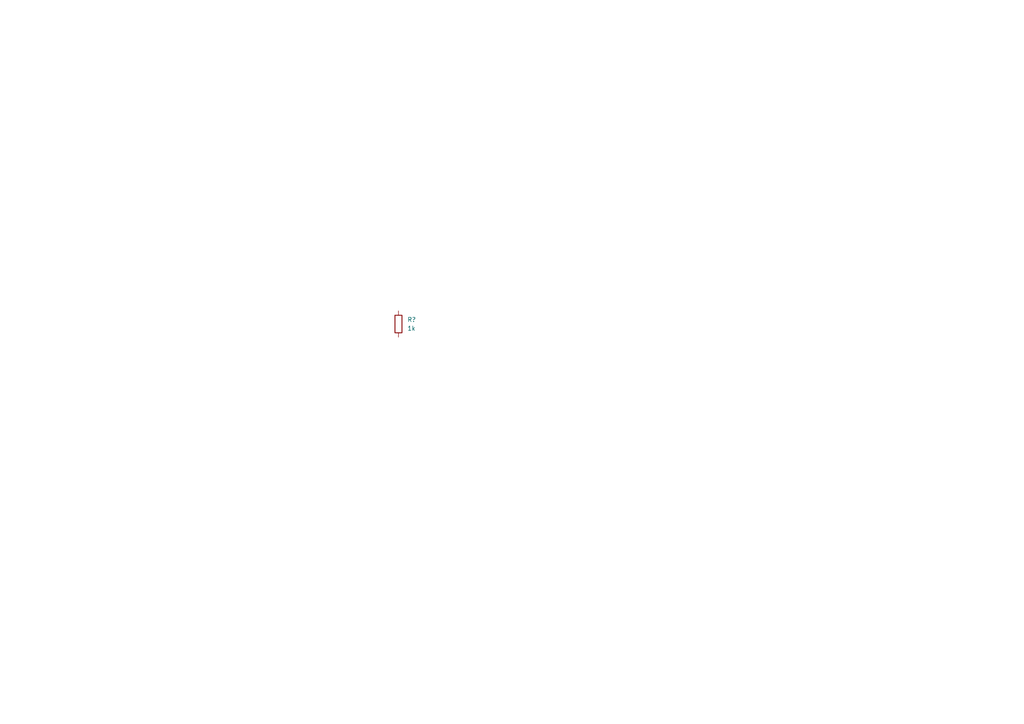
<source format=kicad_sch>
(kicad_sch (version 20211123) (generator eeschema)
  (paper "A4")
  (lib_symbols
    (symbol "Device:R" (pin_numbers hide) (pin_names (offset 0))
      (property "Reference" "R" (at 2.032 0 90))
      (property "Value" "R" (at 0 0 90))
      (symbol "R_0_1"
        (rectangle (start -1.016 -2.54) (end 1.016 2.54) (stroke (width 0.254)))
      )
      (symbol "R_1_1"
        (pin passive line (at 0 3.81 270) (length 1.27) (name "~") (number "1"))
        (pin passive line (at 0 -3.81 90) (length 1.27) (name "~") (number "2"))
      )
    )
  )
  (symbol (lib_id "Device:R") (at 115.57 93.98 0) (unit 1)
    (property "Reference" "R?" (at 118.11 92.7099 0) (effects (justify left)))
    (property "Value" "1k" (at 118.11 95.2499 0) (effects (justify left)))
  )
)
</source>
